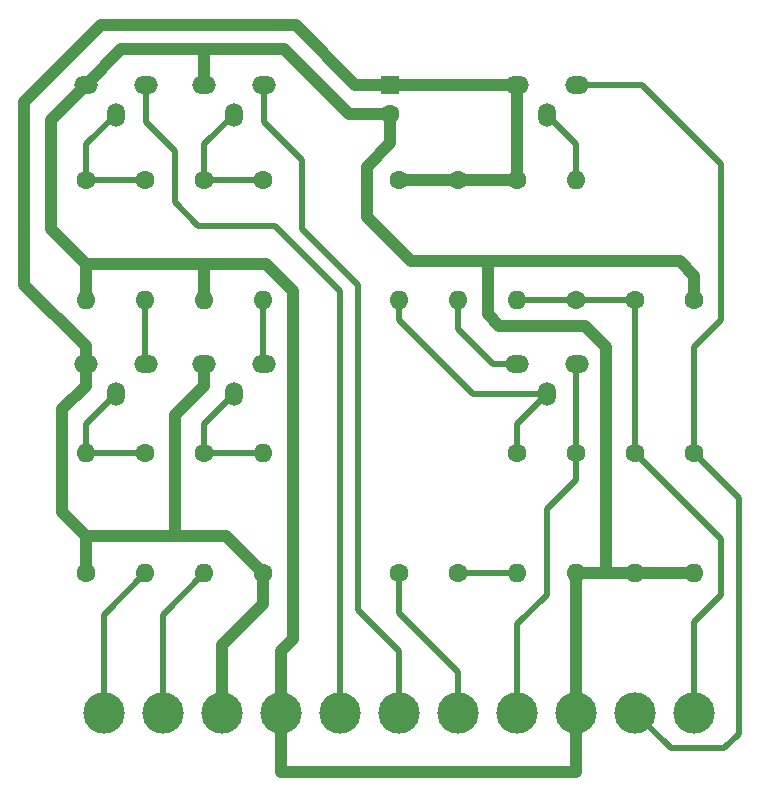
<source format=gbl>
G04 #@! TF.GenerationSoftware,KiCad,Pcbnew,(5.1.7)-1*
G04 #@! TF.CreationDate,2022-10-04T11:17:23+02:00*
G04 #@! TF.ProjectId,Impuls-Modul,496d7075-6c73-42d4-9d6f-64756c2e6b69,rev?*
G04 #@! TF.SameCoordinates,Original*
G04 #@! TF.FileFunction,Copper,L2,Bot*
G04 #@! TF.FilePolarity,Positive*
%FSLAX46Y46*%
G04 Gerber Fmt 4.6, Leading zero omitted, Abs format (unit mm)*
G04 Created by KiCad (PCBNEW (5.1.7)-1) date 2022-10-04 11:17:23*
%MOMM*%
%LPD*%
G01*
G04 APERTURE LIST*
G04 #@! TA.AperFunction,ComponentPad*
%ADD10O,2.000000X1.500000*%
G04 #@! TD*
G04 #@! TA.AperFunction,ComponentPad*
%ADD11O,1.500000X2.000000*%
G04 #@! TD*
G04 #@! TA.AperFunction,ComponentPad*
%ADD12O,1.600000X1.600000*%
G04 #@! TD*
G04 #@! TA.AperFunction,ComponentPad*
%ADD13C,1.600000*%
G04 #@! TD*
G04 #@! TA.AperFunction,ComponentPad*
%ADD14R,1.600000X1.600000*%
G04 #@! TD*
G04 #@! TA.AperFunction,ComponentPad*
%ADD15C,3.500000*%
G04 #@! TD*
G04 #@! TA.AperFunction,Conductor*
%ADD16C,0.500000*%
G04 #@! TD*
G04 #@! TA.AperFunction,Conductor*
%ADD17C,1.000000*%
G04 #@! TD*
G04 APERTURE END LIST*
D10*
X70710000Y-33800000D03*
X75790000Y-33800000D03*
D11*
X73250000Y-36340000D03*
D10*
X70710000Y-57460000D03*
X75790000Y-57460000D03*
D11*
X73250000Y-60000000D03*
D12*
X70750000Y-52000000D03*
D13*
X70750000Y-41840000D03*
D12*
X75750000Y-41840000D03*
D13*
X75750000Y-52000000D03*
X85750000Y-65000000D03*
D12*
X85750000Y-75160000D03*
D13*
X75750000Y-65000000D03*
D12*
X75750000Y-75160000D03*
X65750000Y-52000000D03*
D13*
X65750000Y-41840000D03*
D12*
X60750000Y-52000000D03*
D13*
X60750000Y-41840000D03*
X70750000Y-65000000D03*
D12*
X70750000Y-75160000D03*
D13*
X80750000Y-65000000D03*
D12*
X80750000Y-75160000D03*
D13*
X85750000Y-52000000D03*
X80750000Y-52000000D03*
X65750000Y-75160000D03*
X60750000Y-75160000D03*
D11*
X46750000Y-36340000D03*
D10*
X49290000Y-33800000D03*
X44210000Y-33800000D03*
D11*
X46750000Y-60000000D03*
D10*
X49290000Y-57460000D03*
X44210000Y-57460000D03*
D11*
X36750000Y-36340000D03*
D10*
X39290000Y-33800000D03*
X34210000Y-33800000D03*
D11*
X36750000Y-60000000D03*
D10*
X39290000Y-57460000D03*
X34210000Y-57460000D03*
D13*
X44250000Y-41840000D03*
D12*
X44250000Y-52000000D03*
D13*
X49250000Y-41840000D03*
D12*
X49250000Y-52000000D03*
D13*
X49250000Y-75160000D03*
D12*
X49250000Y-65000000D03*
D13*
X44250000Y-65000000D03*
D12*
X44250000Y-75160000D03*
D13*
X34250000Y-41840000D03*
D12*
X34250000Y-52000000D03*
D13*
X39250000Y-41840000D03*
D12*
X39250000Y-52000000D03*
D13*
X34250000Y-75160000D03*
D12*
X34250000Y-65000000D03*
D13*
X39250000Y-65000000D03*
D12*
X39250000Y-75160000D03*
D13*
X60000000Y-36300000D03*
D14*
X60000000Y-33800000D03*
D15*
X85750000Y-87000000D03*
X80750000Y-87000000D03*
X75750000Y-87000000D03*
X70750000Y-87000000D03*
X65750000Y-87000000D03*
X60750000Y-87000000D03*
X55750000Y-87000000D03*
X50750000Y-87000000D03*
X45750000Y-87000000D03*
X40750000Y-87000000D03*
X35750000Y-87000000D03*
D16*
X40750000Y-78660000D02*
X44250000Y-75160000D01*
X40750000Y-87000000D02*
X40750000Y-78660000D01*
X41750000Y-39420000D02*
X39290000Y-36960000D01*
X43750000Y-45750000D02*
X41750000Y-43750000D01*
X50250000Y-45750000D02*
X43750000Y-45750000D01*
X41750000Y-43750000D02*
X41750000Y-39420000D01*
X55750000Y-51250000D02*
X50250000Y-45750000D01*
X39290000Y-36960000D02*
X39290000Y-33800000D01*
X55750000Y-87000000D02*
X55750000Y-51250000D01*
X70750000Y-52000000D02*
X75750000Y-52000000D01*
X75750000Y-52000000D02*
X80750000Y-52000000D01*
X80750000Y-65000000D02*
X80750000Y-52000000D01*
X85750000Y-79250000D02*
X88000000Y-77000000D01*
X88000000Y-77000000D02*
X88000000Y-72250000D01*
X85750000Y-87000000D02*
X85750000Y-79250000D01*
X88000000Y-72250000D02*
X80750000Y-65000000D01*
X88000000Y-53750000D02*
X88000000Y-40500000D01*
X85750000Y-56000000D02*
X88000000Y-53750000D01*
X81300000Y-33800000D02*
X75790000Y-33800000D01*
X85750000Y-65000000D02*
X85750000Y-56000000D01*
X88000000Y-40500000D02*
X81300000Y-33800000D01*
X83750000Y-90000000D02*
X88250000Y-90000000D01*
X80750000Y-87000000D02*
X83750000Y-90000000D01*
X89500000Y-68750000D02*
X85750000Y-65000000D01*
X88250000Y-90000000D02*
X89500000Y-88750000D01*
X89500000Y-88750000D02*
X89500000Y-68750000D01*
X60750000Y-75160000D02*
X60750000Y-78500000D01*
X60750000Y-78500000D02*
X65750000Y-83500000D01*
X65750000Y-87000000D02*
X65750000Y-83500000D01*
X35750000Y-78660000D02*
X39250000Y-75160000D01*
X35750000Y-87000000D02*
X35750000Y-78660000D01*
D17*
X60750000Y-41840000D02*
X70750000Y-41840000D01*
X34250000Y-72000000D02*
X34250000Y-75160000D01*
X34210000Y-57460000D02*
X34210000Y-59290000D01*
X34210000Y-59290000D02*
X32250000Y-61250000D01*
X41750000Y-61750000D02*
X41750000Y-71750000D01*
X44210000Y-59290000D02*
X41750000Y-61750000D01*
X44210000Y-57460000D02*
X44210000Y-59290000D01*
X41750000Y-71750000D02*
X41500000Y-72000000D01*
X41500000Y-72000000D02*
X34250000Y-72000000D01*
X32250000Y-70000000D02*
X34250000Y-72000000D01*
X32250000Y-61250000D02*
X32250000Y-70000000D01*
X70750000Y-33840000D02*
X70710000Y-33800000D01*
X70750000Y-41840000D02*
X70750000Y-33840000D01*
X70710000Y-33800000D02*
X60000000Y-33800000D01*
X57050000Y-33800000D02*
X60000000Y-33800000D01*
X52000000Y-28750000D02*
X57050000Y-33800000D01*
X29000000Y-35250000D02*
X35500000Y-28750000D01*
X29000000Y-50750000D02*
X29000000Y-35250000D01*
X34210000Y-55960000D02*
X29000000Y-50750000D01*
X35500000Y-28750000D02*
X52000000Y-28750000D01*
X34210000Y-57460000D02*
X34210000Y-55960000D01*
X46090000Y-72000000D02*
X49250000Y-75160000D01*
X41500000Y-72000000D02*
X46090000Y-72000000D01*
X45750000Y-87000000D02*
X45750000Y-81250000D01*
X49250000Y-77750000D02*
X49250000Y-75160000D01*
X45750000Y-81250000D02*
X49250000Y-77750000D01*
D16*
X65750000Y-75160000D02*
X70750000Y-75160000D01*
X39250000Y-65000000D02*
X34250000Y-65000000D01*
X34250000Y-62500000D02*
X36750000Y-60000000D01*
X34250000Y-65000000D02*
X34250000Y-62500000D01*
X39250000Y-41840000D02*
X34250000Y-41840000D01*
X34250000Y-38840000D02*
X36750000Y-36340000D01*
X34250000Y-41840000D02*
X34250000Y-38840000D01*
X39250000Y-57420000D02*
X39290000Y-57460000D01*
X39250000Y-52000000D02*
X39250000Y-57420000D01*
X49250000Y-65000000D02*
X44250000Y-65000000D01*
X44250000Y-62500000D02*
X46750000Y-60000000D01*
X44250000Y-65000000D02*
X44250000Y-62500000D01*
X49250000Y-41840000D02*
X44250000Y-41840000D01*
X44250000Y-38840000D02*
X46750000Y-36340000D01*
X44250000Y-41840000D02*
X44250000Y-38840000D01*
X49250000Y-57420000D02*
X49290000Y-57460000D01*
X49250000Y-52000000D02*
X49250000Y-57420000D01*
X70750000Y-62500000D02*
X73250000Y-60000000D01*
X70750000Y-65000000D02*
X70750000Y-62500000D01*
X60750000Y-52000000D02*
X60750000Y-53750000D01*
X67000000Y-60000000D02*
X73250000Y-60000000D01*
X60750000Y-53750000D02*
X67000000Y-60000000D01*
X65750000Y-52000000D02*
X65750000Y-54500000D01*
X68710000Y-57460000D02*
X70710000Y-57460000D01*
X65750000Y-54500000D02*
X68710000Y-57460000D01*
X75750000Y-57500000D02*
X75790000Y-57460000D01*
X75750000Y-65000000D02*
X75750000Y-57500000D01*
X70750000Y-87000000D02*
X70750000Y-79500000D01*
X70750000Y-79500000D02*
X73250000Y-77000000D01*
X73250000Y-77000000D02*
X73250000Y-69750000D01*
X75750000Y-67250000D02*
X75750000Y-65000000D01*
X73250000Y-69750000D02*
X75750000Y-67250000D01*
X75750000Y-38840000D02*
X73250000Y-36340000D01*
X75750000Y-41840000D02*
X75750000Y-38840000D01*
X60750000Y-87000000D02*
X60750000Y-82000000D01*
X49290000Y-36960000D02*
X49290000Y-33800000D01*
X52500000Y-40170000D02*
X49290000Y-36960000D01*
X57250000Y-50750000D02*
X52500000Y-46000000D01*
X52500000Y-46000000D02*
X52500000Y-40170000D01*
X57250000Y-78250000D02*
X57250000Y-50750000D01*
X60750000Y-81750000D02*
X57250000Y-78250000D01*
X60750000Y-82000000D02*
X60750000Y-81750000D01*
D17*
X75750000Y-75160000D02*
X75750000Y-87000000D01*
X44250000Y-52000000D02*
X44250000Y-49000000D01*
X34250000Y-49000000D02*
X34250000Y-52000000D01*
X41500000Y-49000000D02*
X34250000Y-49000000D01*
X44250000Y-49000000D02*
X41500000Y-49000000D01*
X78340000Y-75160000D02*
X85750000Y-75160000D01*
X75750000Y-75160000D02*
X78340000Y-75160000D01*
X44210000Y-33800000D02*
X44210000Y-30790000D01*
X44210000Y-30790000D02*
X51040000Y-30790000D01*
X56550000Y-36300000D02*
X60000000Y-36300000D01*
X51040000Y-30790000D02*
X56550000Y-36300000D01*
X31250000Y-46000000D02*
X34250000Y-49000000D01*
X40290000Y-30790000D02*
X37220000Y-30790000D01*
X37220000Y-30790000D02*
X34210000Y-33800000D01*
X44210000Y-30790000D02*
X40290000Y-30790000D01*
X31250000Y-36760000D02*
X34210000Y-33800000D01*
X31250000Y-42750000D02*
X31250000Y-36760000D01*
X31250000Y-42750000D02*
X31250000Y-46000000D01*
X49500000Y-49000000D02*
X44250000Y-49000000D01*
X51750000Y-51250000D02*
X49500000Y-49000000D01*
X51750000Y-80750000D02*
X51750000Y-51250000D01*
X50750000Y-81750000D02*
X51750000Y-80750000D01*
X50750000Y-87000000D02*
X50750000Y-81750000D01*
X50750000Y-87000000D02*
X50750000Y-92000000D01*
X50750000Y-92000000D02*
X75750000Y-92000000D01*
X75750000Y-92000000D02*
X75750000Y-87000000D01*
X60000000Y-36300000D02*
X60000000Y-38750000D01*
X60000000Y-38750000D02*
X58000000Y-40750000D01*
X58000000Y-40750000D02*
X58000000Y-45000000D01*
X58000000Y-45000000D02*
X61750000Y-48750000D01*
X85750000Y-50000000D02*
X85750000Y-52000000D01*
X84500000Y-48750000D02*
X85750000Y-50000000D01*
X69250000Y-54250000D02*
X68250000Y-53250000D01*
X76500000Y-54250000D02*
X69250000Y-54250000D01*
X78250000Y-56000000D02*
X76500000Y-54250000D01*
X78250000Y-75070000D02*
X78250000Y-56000000D01*
X68250000Y-49000000D02*
X68000000Y-48750000D01*
X78340000Y-75160000D02*
X78250000Y-75070000D01*
X68000000Y-48750000D02*
X84500000Y-48750000D01*
X68250000Y-53250000D02*
X68250000Y-49000000D01*
X61750000Y-48750000D02*
X68000000Y-48750000D01*
M02*

</source>
